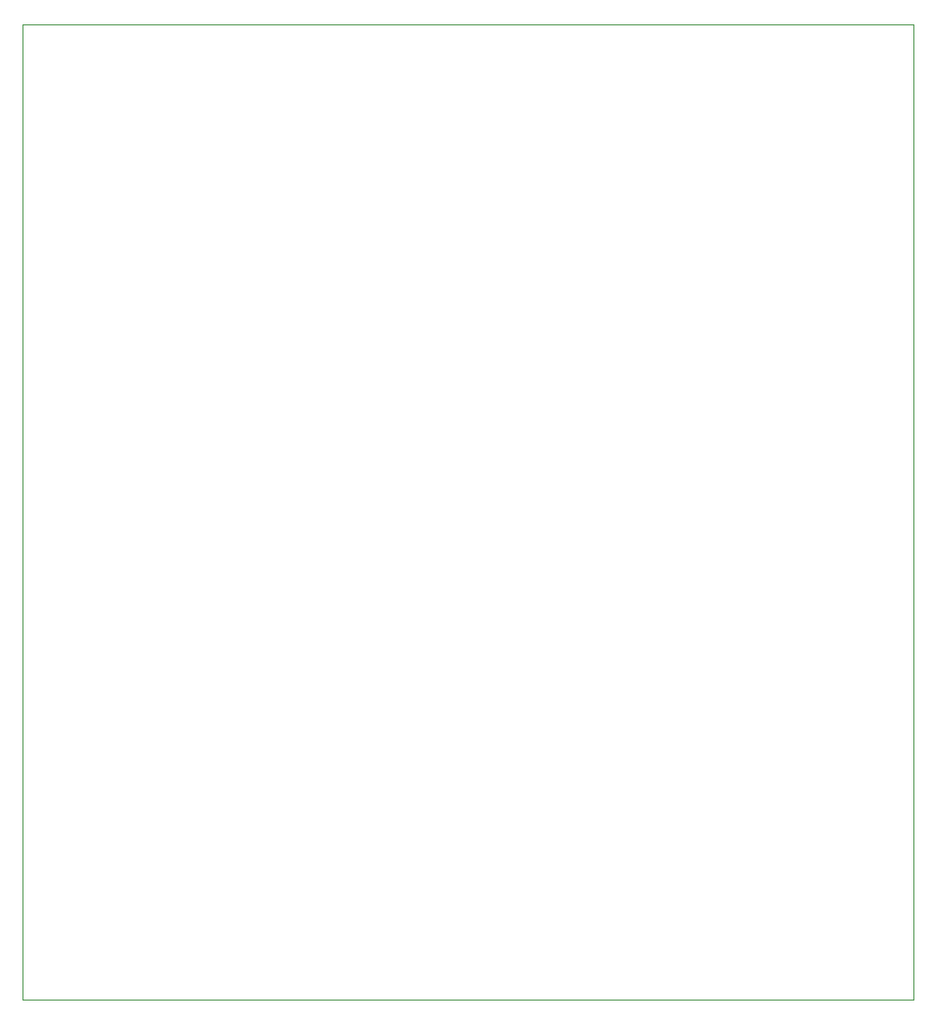
<source format=gbr>
%TF.GenerationSoftware,KiCad,Pcbnew,8.0.8*%
%TF.CreationDate,2025-02-20T21:51:01-07:00*%
%TF.ProjectId,my actual macropad,6d792061-6374-4756-916c-206d6163726f,rev?*%
%TF.SameCoordinates,Original*%
%TF.FileFunction,Profile,NP*%
%FSLAX46Y46*%
G04 Gerber Fmt 4.6, Leading zero omitted, Abs format (unit mm)*
G04 Created by KiCad (PCBNEW 8.0.8) date 2025-02-20 21:51:01*
%MOMM*%
%LPD*%
G01*
G04 APERTURE LIST*
%TA.AperFunction,Profile*%
%ADD10C,0.050000*%
%TD*%
G04 APERTURE END LIST*
D10*
X91356250Y-68700000D02*
X171743750Y-68700000D01*
X171743750Y-156643750D01*
X91356250Y-156643750D01*
X91356250Y-68700000D01*
M02*

</source>
